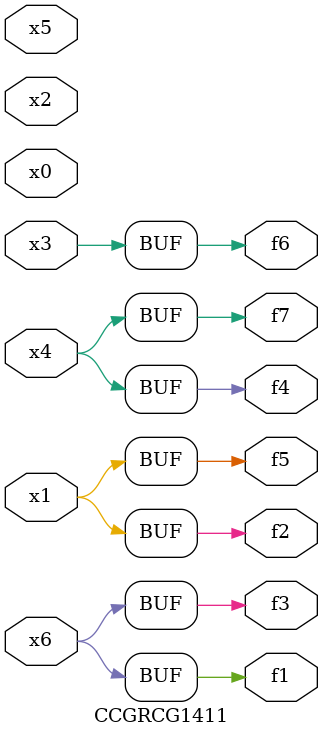
<source format=v>
module CCGRCG1411(
	input x0, x1, x2, x3, x4, x5, x6,
	output f1, f2, f3, f4, f5, f6, f7
);
	assign f1 = x6;
	assign f2 = x1;
	assign f3 = x6;
	assign f4 = x4;
	assign f5 = x1;
	assign f6 = x3;
	assign f7 = x4;
endmodule

</source>
